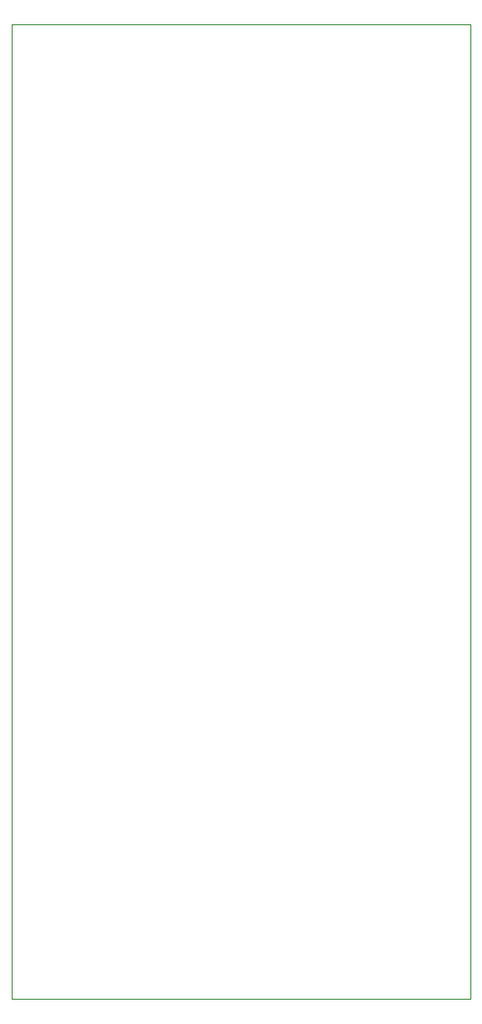
<source format=gm1>
G04 #@! TF.GenerationSoftware,KiCad,Pcbnew,(6.0.11)*
G04 #@! TF.CreationDate,2023-03-04T17:24:57+01:00*
G04 #@! TF.ProjectId,jig2,6a696732-2e6b-4696-9361-645f70636258,rev?*
G04 #@! TF.SameCoordinates,Original*
G04 #@! TF.FileFunction,Profile,NP*
%FSLAX46Y46*%
G04 Gerber Fmt 4.6, Leading zero omitted, Abs format (unit mm)*
G04 Created by KiCad (PCBNEW (6.0.11)) date 2023-03-04 17:24:57*
%MOMM*%
%LPD*%
G01*
G04 APERTURE LIST*
G04 #@! TA.AperFunction,Profile*
%ADD10C,0.100000*%
G04 #@! TD*
G04 APERTURE END LIST*
D10*
X0Y-85000000D02*
X0Y0D01*
X40000000Y-85000000D02*
X0Y-85000000D01*
X40000000Y0D02*
X40000000Y-85000000D01*
X0Y0D02*
X40000000Y0D01*
M02*

</source>
